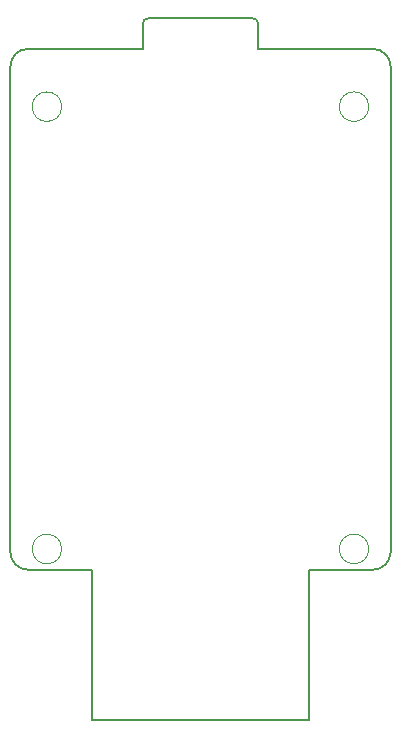
<source format=gbr>
%TF.GenerationSoftware,KiCad,Pcbnew,9.0.0*%
%TF.CreationDate,2025-09-16T23:46:19+02:00*%
%TF.ProjectId,flipper-mce,666c6970-7065-4722-9d6d-63652e6b6963,rev?*%
%TF.SameCoordinates,Original*%
%TF.FileFunction,Profile,NP*%
%FSLAX46Y46*%
G04 Gerber Fmt 4.6, Leading zero omitted, Abs format (unit mm)*
G04 Created by KiCad (PCBNEW 9.0.0) date 2025-09-16 23:46:19*
%MOMM*%
%LPD*%
G01*
G04 APERTURE LIST*
%TA.AperFunction,Profile*%
%ADD10C,0.127000*%
%TD*%
%TA.AperFunction,Profile*%
%ADD11C,0.050000*%
%TD*%
G04 APERTURE END LIST*
D10*
X179250000Y-103700000D02*
X173800000Y-103700000D01*
X173800000Y-59600000D02*
X183500000Y-59600000D01*
X172300000Y-102200000D02*
X172300000Y-83800000D01*
D11*
X202650000Y-64500000D02*
G75*
G02*
X200150000Y-64500000I-1250000J0D01*
G01*
X200150000Y-64500000D02*
G75*
G02*
X202650000Y-64500000I1250000J0D01*
G01*
D10*
X204500000Y-83800000D02*
X204500000Y-61100000D01*
X193300000Y-59600000D02*
X203000000Y-59600000D01*
X172300000Y-83800000D02*
X172300000Y-61100000D01*
X204500000Y-102200000D02*
G75*
G02*
X203000000Y-103700000I-1500000J0D01*
G01*
X179250000Y-103700000D02*
X179250000Y-116400000D01*
D11*
X176650000Y-64500000D02*
G75*
G02*
X174150000Y-64500000I-1250000J0D01*
G01*
X174150000Y-64500000D02*
G75*
G02*
X176650000Y-64500000I1250000J0D01*
G01*
D10*
X179250000Y-116400000D02*
X197550000Y-116400000D01*
X197550000Y-116400000D02*
X197550000Y-103700000D01*
X203000000Y-59600000D02*
G75*
G02*
X204500000Y-61100000I0J-1500000D01*
G01*
X192800000Y-57000000D02*
G75*
G02*
X193300000Y-57500000I0J-500000D01*
G01*
X173800000Y-103700000D02*
G75*
G02*
X172300000Y-102200000I0J1500000D01*
G01*
X197550000Y-103700000D02*
X203000000Y-103700000D01*
X183500000Y-57500000D02*
G75*
G02*
X184000000Y-57000000I500000J0D01*
G01*
X172300000Y-61100000D02*
G75*
G02*
X173800000Y-59600000I1500000J0D01*
G01*
D11*
X176650000Y-101950000D02*
G75*
G02*
X174150000Y-101950000I-1250000J0D01*
G01*
X174150000Y-101950000D02*
G75*
G02*
X176650000Y-101950000I1250000J0D01*
G01*
D10*
X192800000Y-57000000D02*
X184000000Y-57000000D01*
D11*
X202650000Y-101950000D02*
G75*
G02*
X200150000Y-101950000I-1250000J0D01*
G01*
X200150000Y-101950000D02*
G75*
G02*
X202650000Y-101950000I1250000J0D01*
G01*
D10*
X204500000Y-102200000D02*
X204500000Y-83800000D01*
X193300000Y-57500000D02*
X193300000Y-59600000D01*
X183500000Y-57500000D02*
X183500000Y-59600000D01*
M02*

</source>
